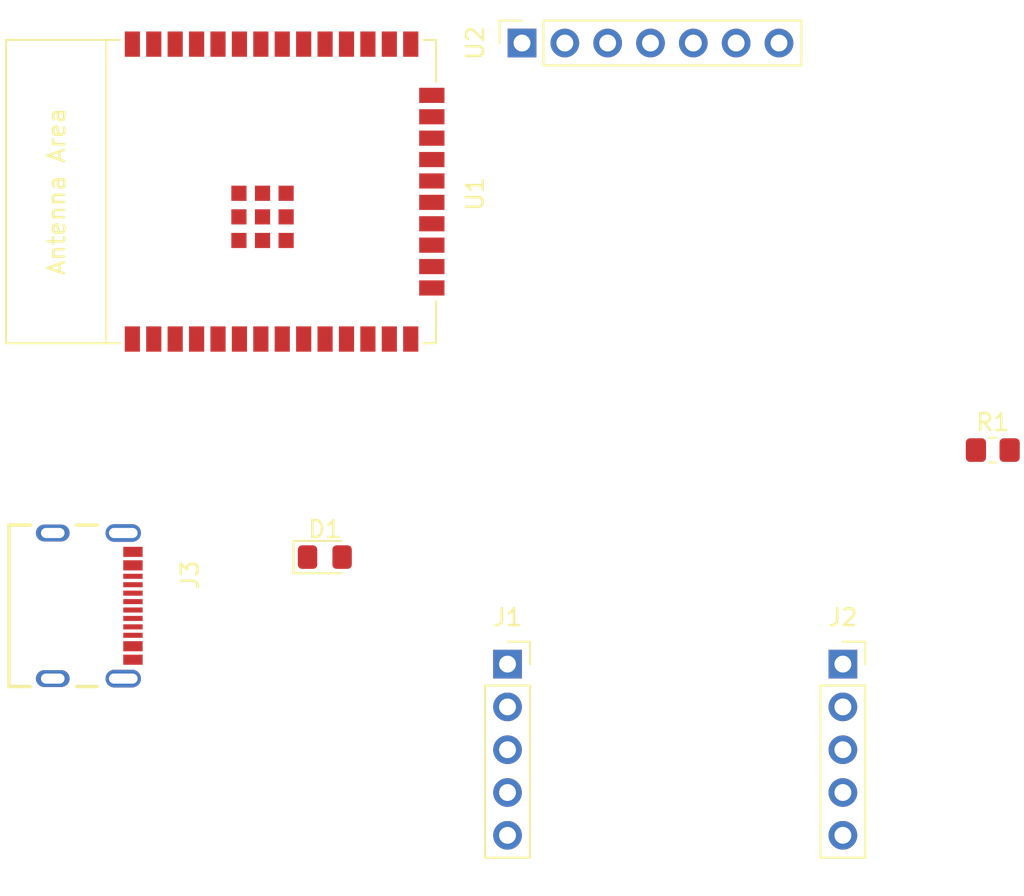
<source format=kicad_pcb>
(kicad_pcb (version 20221018) (generator pcbnew)
  (title_block (title "airquality-pcb") (date "2023-03-11") (rev "0.1"))
  (layers (0 "F.Cu" signal) (31 "B.Cu" signal) (34 "B.Paste" user) (35 "F.Paste" user) (36 "B.SilkS" user "B.Silkscreen") (37 "F.SilkS" user "F.Silkscreen") (38 "B.Mask" user) (39 "F.Mask" user) (44 "Edge.Cuts" user))
  (net 0 "")
  (net 1 "Net-(U1-GND-Pad1)")
  (footprint "Connector_PinSocket_2.54mm:PinSocket_1x05_P2.54mm_Vertical" (layer "F.Cu") (at 139.7 116.84)
    (fp_text reference "J2" (at 0 -2.77) (layer "F.SilkS"))
    (fp_text value "SGP40")
    (fp_line (start -1.33 1.27) (end -1.33 11.49) (stroke (width 0.12)) (layer "F.SilkS"))
    (fp_line (start -1.33 1.27) (end 1.33 1.27) (stroke (width 0.12)) (layer "F.SilkS"))
    (fp_line (start -1.33 11.49) (end 1.33 11.49) (stroke (width 0.12)) (layer "F.SilkS"))
    (fp_line (start 0 -1.33) (end 1.33 -1.33) (stroke (width 0.12)) (layer "F.SilkS"))
    (fp_line (start 1.33 -1.33) (end 1.33 0) (stroke (width 0.12)) (layer "F.SilkS"))
    (fp_line (start 1.33 1.27) (end 1.33 11.49) (stroke (width 0.12)) (layer "F.SilkS"))
    (pad "1" thru_hole rect (at 0 0) (size 1.7 1.7) (drill 1) (layers "*.Cu" "*.Mask"))
    (pad "2" thru_hole oval (at 0 2.54) (size 1.7 1.7) (drill 1) (layers "*.Cu" "*.Mask"))
    (pad "3" thru_hole oval (at 0 5.08) (size 1.7 1.7) (drill 1) (layers "*.Cu" "*.Mask"))
    (pad "4" thru_hole oval (at 0 7.62) (size 1.7 1.7) (drill 1) (layers "*.Cu" "*.Mask"))
    (pad "5" thru_hole oval (at 0 10.16) (size 1.7 1.7) (drill 1) (layers "*.Cu" "*.Mask"))
  )
  (footprint "Connector_PinSocket_2.54mm:PinSocket_1x07_P2.54mm_Vertical" (layer "F.Cu") (at 120.67 79.985 90)
    (fp_text reference "U2" (at 0 -2.77 90) (layer "F.SilkS"))
    (fp_text value "SCD30")
    (fp_line (start -1.33 1.27) (end -1.33 16.57) (stroke (width 0.12)) (layer "F.SilkS"))
    (fp_line (start -1.33 1.27) (end 1.33 1.27) (stroke (width 0.12)) (layer "F.SilkS"))
    (fp_line (start -1.33 16.57) (end 1.33 16.57) (stroke (width 0.12)) (layer "F.SilkS"))
    (fp_line (start 0 -1.33) (end 1.33 -1.33) (stroke (width 0.12)) (layer "F.SilkS"))
    (fp_line (start 1.33 -1.33) (end 1.33 0) (stroke (width 0.12)) (layer "F.SilkS"))
    (fp_line (start 1.33 1.27) (end 1.33 16.57) (stroke (width 0.12)) (layer "F.SilkS"))
    (pad "1" thru_hole rect (at 0 0 90) (size 1.7 1.7) (drill 1) (layers "*.Cu" "*.Mask"))
    (pad "2" thru_hole oval (at 0 2.54 90) (size 1.7 1.7) (drill 1) (layers "*.Cu" "*.Mask"))
    (pad "3" thru_hole oval (at 0 5.08 90) (size 1.7 1.7) (drill 1) (layers "*.Cu" "*.Mask"))
    (pad "4" thru_hole oval (at 0 7.62 90) (size 1.7 1.7) (drill 1) (layers "*.Cu" "*.Mask"))
    (pad "5" thru_hole oval (at 0 10.16 90) (size 1.7 1.7) (drill 1) (layers "*.Cu" "*.Mask"))
    (pad "6" thru_hole oval (at 0 12.7 90) (size 1.7 1.7) (drill 1) (layers "*.Cu" "*.Mask"))
    (pad "7" thru_hole oval (at 0 15.24 90) (size 1.7 1.7) (drill 1) (layers "*.Cu" "*.Mask"))
  )
  (footprint "gct:GCT_USB4105-GF-A" (layer "F.Cu") (at 92.84 113.38 -90)
    (fp_text reference "J3" (at -1.825 -8.135 90) (layer "F.SilkS"))
    (fp_text value "USB4105-GF-A")
    (fp_line (start -4.79 -2.65) (end -4.79 -1.4) (stroke (width 0.2)) (layer "F.SilkS"))
    (fp_line (start -4.79 1.32) (end -4.79 2.6) (stroke (width 0.2)) (layer "F.SilkS"))
    (fp_line (start -4.79 2.6) (end 4.79 2.6) (stroke (width 0.2)) (layer "F.SilkS"))
    (fp_line (start 4.79 -2.65) (end 4.79 -1.4) (stroke (width 0.2)) (layer "F.SilkS"))
    (fp_line (start 4.79 2.6) (end 4.79 1.32) (stroke (width 0.2)) (layer "F.SilkS"))
    (pad "" np_thru_hole circle (at -2.89 -3.68 270) (size 0.65 0.65) (drill 0.65) (layers "*.Cu" "*.Mask"))
    (pad "" np_thru_hole circle (at 2.89 -3.68 270) (size 0.65 0.65) (drill 0.65) (layers "*.Cu" "*.Mask"))
    (pad "A1_B12" smd rect (at -3.2 -4.755 270) (size 0.6 1.15) (layers "F.Cu" "F.Paste" "F.Mask"))
    (pad "A4_B9" smd rect (at -2.4 -4.755 270) (size 0.6 1.15) (layers "F.Cu" "F.Paste" "F.Mask"))
    (pad "A5" smd rect (at -1.25 -4.755 270) (size 0.3 1.15) (layers "F.Cu" "F.Paste" "F.Mask"))
    (pad "A6" smd rect (at -0.25 -4.755 270) (size 0.3 1.15) (layers "F.Cu" "F.Paste" "F.Mask"))
    (pad "A7" smd rect (at 0.25 -4.755 270) (size 0.3 1.15) (layers "F.Cu" "F.Paste" "F.Mask"))
    (pad "A8" smd rect (at 1.25 -4.755 270) (size 0.3 1.15) (layers "F.Cu" "F.Paste" "F.Mask"))
    (pad "B1_A12" smd rect (at 3.2 -4.755 270) (size 0.6 1.15) (layers "F.Cu" "F.Paste" "F.Mask"))
    (pad "B4_A9" smd rect (at 2.4 -4.755 270) (size 0.6 1.15) (layers "F.Cu" "F.Paste" "F.Mask"))
    (pad "B5" smd rect (at 1.75 -4.755 270) (size 0.3 1.15) (layers "F.Cu" "F.Paste" "F.Mask"))
    (pad "B6" smd rect (at 0.75 -4.755 270) (size 0.3 1.15) (layers "F.Cu" "F.Paste" "F.Mask"))
    (pad "B7" smd rect (at -0.75 -4.755 270) (size 0.3 1.15) (layers "F.Cu" "F.Paste" "F.Mask"))
    (pad "B8" smd rect (at -1.75 -4.755 270) (size 0.3 1.15) (layers "F.Cu" "F.Paste" "F.Mask"))
    (pad "S1" thru_hole oval (at -4.32 -4.18 270) (size 1.05 2.1) (drill oval 0.6 1.7) (layers "*.Cu" "*.Mask"))
    (pad "S2" thru_hole oval (at -4.32 0 270) (size 1 2) (drill oval 0.6 1.4) (layers "*.Cu" "*.Mask"))
    (pad "S3" thru_hole oval (at 4.32 0 270) (size 1 2) (drill oval 0.6 1.4) (layers "*.Cu" "*.Mask"))
    (pad "S4" thru_hole oval (at 4.32 -4.18 270) (size 1.05 2.1) (drill oval 0.6 1.7) (layers "*.Cu" "*.Mask"))
  )
  (footprint "Connector_PinSocket_2.54mm:PinSocket_1x05_P2.54mm_Vertical" (layer "F.Cu") (at 119.81 116.84)
    (fp_text reference "J1" (at 0 -2.77) (layer "F.SilkS"))
    (fp_text value "SPS30")
    (fp_line (start -1.33 1.27) (end -1.33 11.49) (stroke (width 0.12)) (layer "F.SilkS"))
    (fp_line (start -1.33 1.27) (end 1.33 1.27) (stroke (width 0.12)) (layer "F.SilkS"))
    (fp_line (start -1.33 11.49) (end 1.33 11.49) (stroke (width 0.12)) (layer "F.SilkS"))
    (fp_line (start 0 -1.33) (end 1.33 -1.33) (stroke (width 0.12)) (layer "F.SilkS"))
    (fp_line (start 1.33 -1.33) (end 1.33 0) (stroke (width 0.12)) (layer "F.SilkS"))
    (fp_line (start 1.33 1.27) (end 1.33 11.49) (stroke (width 0.12)) (layer "F.SilkS"))
    (pad "1" thru_hole rect (at 0 0) (size 1.7 1.7) (drill 1) (layers "*.Cu" "*.Mask"))
    (pad "2" thru_hole oval (at 0 2.54) (size 1.7 1.7) (drill 1) (layers "*.Cu" "*.Mask"))
    (pad "3" thru_hole oval (at 0 5.08) (size 1.7 1.7) (drill 1) (layers "*.Cu" "*.Mask"))
    (pad "4" thru_hole oval (at 0 7.62) (size 1.7 1.7) (drill 1) (layers "*.Cu" "*.Mask"))
    (pad "5" thru_hole oval (at 0 10.16) (size 1.7 1.7) (drill 1) (layers "*.Cu" "*.Mask"))
  )
  (footprint "LED_SMD:LED_0805_2012Metric_Pad1.15x1.40mm_HandSolder" (layer "F.Cu") (at 108.975 110.49)
    (fp_text reference "D1" (at 0 -1.65) (layer "F.SilkS"))
    (fp_text value "Power LED")
    (fp_line (start -1.86 -0.96) (end -1.86 0.96) (stroke (width 0.12)) (layer "F.SilkS"))
    (fp_line (start -1.86 0.96) (end 1 0.96) (stroke (width 0.12)) (layer "F.SilkS"))
    (fp_line (start 1 -0.96) (end -1.86 -0.96) (stroke (width 0.12)) (layer "F.SilkS"))
    (pad "1" smd roundrect (at -1.025 0) (size 1.15 1.4) (layers "F.Cu" "F.Paste" "F.Mask") (roundrect_rratio 0.217391))
    (pad "2" smd roundrect (at 1.025 0) (size 1.15 1.4) (layers "F.Cu" "F.Paste" "F.Mask") (roundrect_rratio 0.217391))
  )
  (footprint "Espressif:ESP32-WROOM-32E" (layer "F.Cu") (at 104.57 88.8 90)
    (fp_text reference "U1" (at -0.14 13.31 90) (layer "F.SilkS"))
    (fp_text value "ESP32-WROOM-E")
    (fp_text user "Antenna Area" (at 0 -11.5 90) (layer "F.SilkS"))
    (fp_line (start -9 -14.5) (end -9 -7.75) (stroke (width 0.12)) (layer "F.SilkS"))
    (fp_line (start -9 -14.5) (end 9 -14.5) (stroke (width 0.12)) (layer "F.SilkS"))
    (fp_line (start -9 10.25) (end -9 11) (stroke (width 0.12)) (layer "F.SilkS"))
    (fp_line (start -9 11) (end -8.25 11) (stroke (width 0.12)) (layer "F.SilkS"))
    (fp_line (start -8.25 11) (end -6.5 11) (stroke (width 0.12)) (layer "F.SilkS"))
    (fp_line (start 8.25 11) (end 6.5 11) (stroke (width 0.12)) (layer "F.SilkS"))
    (fp_line (start 9 -14.5) (end 9 -7.75) (stroke (width 0.12)) (layer "F.SilkS"))
    (fp_line (start 9 -8.56) (end -9 -8.56) (stroke (width 0.12)) (layer "F.SilkS"))
    (fp_line (start 9 10.25) (end 9 11) (stroke (width 0.12)) (layer "F.SilkS"))
    (fp_line (start 9 11) (end 8.25 11) (stroke (width 0.12)) (layer "F.SilkS"))
    (pad "1" smd rect (at -8.75 -7.01 90) (size 1.5 0.9) (layers "F.Cu" "F.Paste" "F.Mask") (net 1 "Net-(U1-GND-Pad1)"))
    (pad "2" smd rect (at -8.75 -5.74 90) (size 1.5 0.9) (layers "F.Cu" "F.Paste" "F.Mask"))
    (pad "3" smd rect (at -8.75 -4.47 90) (size 1.5 0.9) (layers "F.Cu" "F.Paste" "F.Mask"))
    (pad "4" smd rect (at -8.75 -3.2 90) (size 1.5 0.9) (layers "F.Cu" "F.Paste" "F.Mask"))
    (pad "5" smd rect (at -8.75 -1.93 90) (size 1.5 0.9) (layers "F.Cu" "F.Paste" "F.Mask"))
    (pad "6" smd rect (at -8.75 -0.66 90) (size 1.5 0.9) (layers "F.Cu" "F.Paste" "F.Mask"))
    (pad "7" smd rect (at -8.75 0.61 90) (size 1.5 0.9) (layers "F.Cu" "F.Paste" "F.Mask"))
    (pad "8" smd rect (at -8.75 1.88 90) (size 1.5 0.9) (layers "F.Cu" "F.Paste" "F.Mask"))
    (pad "9" smd rect (at -8.75 3.15 90) (size 1.5 0.9) (layers "F.Cu" "F.Paste" "F.Mask"))
    (pad "10" smd rect (at -8.75 4.42 90) (size 1.5 0.9) (layers "F.Cu" "F.Paste" "F.Mask"))
    (pad "11" smd rect (at -8.75 5.69 90) (size 1.5 0.9) (layers "F.Cu" "F.Paste" "F.Mask"))
    (pad "12" smd rect (at -8.75 6.96 90) (size 1.5 0.9) (layers "F.Cu" "F.Paste" "F.Mask"))
    (pad "13" smd rect (at -8.75 8.23 90) (size 1.5 0.9) (layers "F.Cu" "F.Paste" "F.Mask"))
    (pad "14" smd rect (at -8.75 9.5 90) (size 1.5 0.9) (layers "F.Cu" "F.Paste" "F.Mask"))
    (pad "15" smd rect (at -5.72 10.75 180) (size 1.5 0.9) (layers "F.Cu" "F.Paste" "F.Mask") (net 1 "Net-(U1-GND-Pad1)"))
    (pad "16" smd rect (at -4.45 10.75 180) (size 1.5 0.9) (layers "F.Cu" "F.Paste" "F.Mask"))
    (pad "17" smd rect (at -3.18 10.75 180) (size 1.5 0.9) (layers "F.Cu" "F.Paste" "F.Mask"))
    (pad "18" smd rect (at -1.91 10.75 180) (size 1.5 0.9) (layers "F.Cu" "F.Paste" "F.Mask"))
    (pad "19" smd rect (at -0.64 10.75 180) (size 1.5 0.9) (layers "F.Cu" "F.Paste" "F.Mask"))
    (pad "20" smd rect (at 0.63 10.75 180) (size 1.5 0.9) (layers "F.Cu" "F.Paste" "F.Mask"))
    (pad "21" smd rect (at 1.9 10.75 180) (size 1.5 0.9) (layers "F.Cu" "F.Paste" "F.Mask"))
    (pad "22" smd rect (at 3.17 10.75 180) (size 1.5 0.9) (layers "F.Cu" "F.Paste" "F.Mask"))
    (pad "23" smd rect (at 4.44 10.75 180) (size 1.5 0.9) (layers "F.Cu" "F.Paste" "F.Mask"))
    (pad "24" smd rect (at 5.71 10.75 180) (size 1.5 0.9) (layers "F.Cu" "F.Paste" "F.Mask"))
    (pad "25" smd rect (at 8.75 9.5 270) (size 1.5 0.9) (layers "F.Cu" "F.Paste" "F.Mask"))
    (pad "26" smd rect (at 8.75 8.23 270) (size 1.5 0.9) (layers "F.Cu" "F.Paste" "F.Mask"))
    (pad "27" smd rect (at 8.75 6.96 270) (size 1.5 0.9) (layers "F.Cu" "F.Paste" "F.Mask"))
    (pad "28" smd rect (at 8.75 5.69 270) (size 1.5 0.9) (layers "F.Cu" "F.Paste" "F.Mask"))
    (pad "29" smd rect (at 8.75 4.42 270) (size 1.5 0.9) (layers "F.Cu" "F.Paste" "F.Mask"))
    (pad "30" smd rect (at 8.75 3.15 270) (size 1.5 0.9) (layers "F.Cu" "F.Paste" "F.Mask"))
    (pad "31" smd rect (at 8.75 1.88 270) (size 1.5 0.9) (layers "F.Cu" "F.Paste" "F.Mask"))
    (pad "32" smd rect (at 8.75 0.61 270) (size 1.5 0.9) (layers "F.Cu" "F.Paste" "F.Mask"))
    (pad "33" smd rect (at 8.75 -0.66 270) (size 1.5 0.9) (layers "F.Cu" "F.Paste" "F.Mask"))
    (pad "34" smd rect (at 8.75 -1.93 270) (size 1.5 0.9) (layers "F.Cu" "F.Paste" "F.Mask"))
    (pad "35" smd rect (at 8.75 -3.2 270) (size 1.5 0.9) (layers "F.Cu" "F.Paste" "F.Mask"))
    (pad "36" smd rect (at 8.75 -4.47 270) (size 1.5 0.9) (layers "F.Cu" "F.Paste" "F.Mask"))
    (pad "37" smd rect (at 8.75 -5.74 270) (size 1.5 0.9) (layers "F.Cu" "F.Paste" "F.Mask"))
    (pad "38" smd rect (at 8.75 -7.01 270) (size 1.5 0.9) (layers "F.Cu" "F.Paste" "F.Mask") (net 1 "Net-(U1-GND-Pad1)"))
    (pad "39" smd rect (at -2.9 -0.69 270) (size 0.9 0.9) (layers "F.Cu" "F.Paste" "F.Mask"))
    (pad "39" smd rect (at -2.9 0.71 270) (size 0.9 0.9) (layers "F.Cu" "F.Paste" "F.Mask"))
    (pad "39" smd rect (at -2.9 2.11 270) (size 0.9 0.9) (layers "F.Cu" "F.Paste" "F.Mask"))
    (pad "39" smd rect (at -1.5 -0.69 270) (size 0.9 0.9) (layers "F.Cu" "F.Paste" "F.Mask"))
    (pad "39" smd rect (at -1.5 0.71 270) (size 0.9 0.9) (layers "F.Cu" "F.Paste" "F.Mask"))
    (pad "39" smd rect (at -1.5 2.11 270) (size 0.9 0.9) (layers "F.Cu" "F.Paste" "F.Mask"))
    (pad "39" smd rect (at -0.1 -0.69 270) (size 0.9 0.9) (layers "F.Cu" "F.Paste" "F.Mask"))
    (pad "39" smd rect (at -0.1 0.71 270) (size 0.9 0.9) (layers "F.Cu" "F.Paste" "F.Mask"))
    (pad "39" smd rect (at -0.1 2.11 270) (size 0.9 0.9) (layers "F.Cu" "F.Paste" "F.Mask"))
  )
  (footprint "Resistor_SMD:R_0805_2012Metric_Pad1.20x1.40mm_HandSolder" (layer "F.Cu") (at 148.59 104.14)
    (fp_text reference "R1" (at 0 -1.65) (layer "F.SilkS"))
    (fp_text value "R")
    (fp_line (start -0.227064 -0.735) (end 0.227064 -0.735) (stroke (width 0.12)) (layer "F.SilkS"))
    (fp_line (start -0.227064 0.735) (end 0.227064 0.735) (stroke (width 0.12)) (layer "F.SilkS"))
    (pad "1" smd roundrect (at -1 0) (size 1.2 1.4) (layers "F.Cu" "F.Paste" "F.Mask") (roundrect_rratio 0.208333))
    (pad "2" smd roundrect (at 1 0) (size 1.2 1.4) (layers "F.Cu" "F.Paste" "F.Mask") (roundrect_rratio 0.208333))
  )
)
</source>
